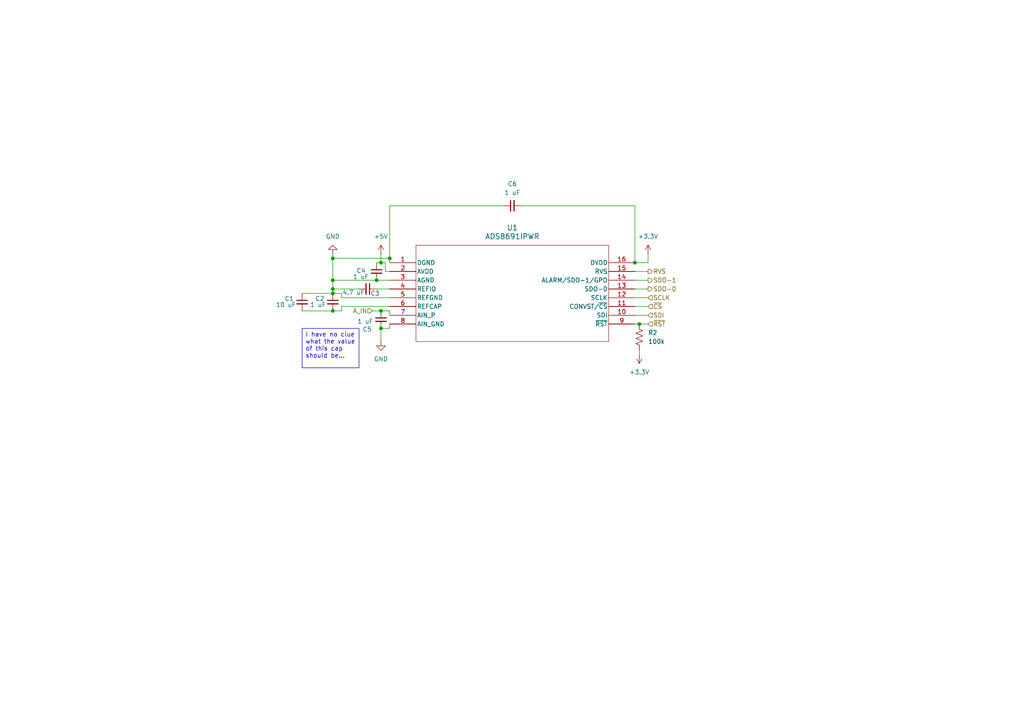
<source format=kicad_sch>
(kicad_sch (version 20250114) (generator "eeschema") (generator_version "9.0")
  (paper "A4")
  (lib_symbols
    (symbol "Device:C_Small" (pin_numbers (hide yes)) (pin_names (offset 0.254) (hide yes))
      (property "Reference" "C" (at 0.254 1.778 0))
      (property "Value" "C_Small" (at 0.254 -2.032 0))
      (symbol "C_Small_0_1"
        (polyline (pts (xy -1.524 0.508) (xy 1.524 0.508)) (stroke (width 0.3048)))
        (polyline (pts (xy -1.524 -0.508) (xy 1.524 -0.508)) (stroke (width 0.3302)))
      )
      (symbol "C_Small_1_1"
        (pin passive line (at 0 2.54 270) (length 2.032) (name "~") (number "1"))
        (pin passive line (at 0 -2.54 90) (length 2.032) (name "~") (number "2"))
      )
    )
    (symbol "Device:R_US" (pin_numbers (hide yes)) (pin_names (offset 0))
      (property "Reference" "R" (at 2.54 0 90))
      (property "Value" "R_US" (at -2.54 0 90))
      (symbol "R_US_0_1"
        (polyline (pts (xy 0 2.286) (xy 0 2.54)))
        (polyline (pts (xy 0 2.286) (xy 1.016 1.905) (xy 0 1.524) (xy -1.016 1.143) (xy 0 0.762)))
        (polyline (pts (xy 0 0.762) (xy 1.016 0.381) (xy 0 0) (xy -1.016 -0.381) (xy 0 -0.762)))
        (polyline (pts (xy 0 -0.762) (xy 1.016 -1.143) (xy 0 -1.524) (xy -1.016 -1.905) (xy 0 -2.286)))
        (polyline (pts (xy 0 -2.286) (xy 0 -2.54)))
      )
      (symbol "R_US_1_1"
        (pin passive line (at 0 3.81 270) (length 1.27) (name "~") (number "1"))
        (pin passive line (at 0 -3.81 90) (length 1.27) (name "~") (number "2"))
      )
    )
    (symbol "power:+3.3V" (power) (pin_numbers (hide yes)) (pin_names (offset 0) (hide yes))
      (property "Value" "+3.3V" (at 0 3.556 0))
      (symbol "+3.3V_0_1"
        (polyline (pts (xy -0.762 1.27) (xy 0 2.54)))
        (polyline (pts (xy 0 2.54) (xy 0.762 1.27)))
        (polyline (pts (xy 0 0) (xy 0 2.54)))
      )
      (symbol "+3.3V_1_1"
        (pin power_in line (at 0 0 90) (length 0) (name "~") (number "1"))
      )
    )
    (symbol "power:+5V" (power) (pin_numbers (hide yes)) (pin_names (offset 0) (hide yes))
      (property "Value" "+5V" (at 0 3.556 0))
      (symbol "+5V_0_1"
        (polyline (pts (xy -0.762 1.27) (xy 0 2.54)))
        (polyline (pts (xy 0 2.54) (xy 0.762 1.27)))
        (polyline (pts (xy 0 0) (xy 0 2.54)))
      )
      (symbol "+5V_1_1"
        (pin power_in line (at 0 0 90) (length 0) (name "~") (number "1"))
      )
    )
    (symbol "power:GND" (power) (pin_numbers (hide yes)) (pin_names (offset 0) (hide yes))
      (property "Value" "GND" (at 0 -3.81 0))
      (symbol "GND_0_1"
        (polyline (pts (xy 0 0) (xy 0 -1.27) (xy 1.27 -1.27) (xy 0 -2.54) (xy -1.27 -1.27) (xy 0 -1.27)))
      )
      (symbol "GND_1_1"
        (pin power_in line (at 0 0 270) (length 0) (name "~") (number "1"))
      )
    )
    (symbol "strain-gauge:ADS8691IPWR" (pin_names (offset 0.254))
      (property "Reference" "U" (at 35.56 10.16 0))
      (property "Value" "ADS8691IPWR" (at 35.56 7.62 0))
      (symbol "ADS8691IPWR_0_1"
        (polyline (pts (xy 7.62 5.08) (xy 7.62 -22.86)) (stroke (width 0.127)))
        (polyline (pts (xy 7.62 -22.86) (xy 63.5 -22.86)) (stroke (width 0.127)))
        (polyline (pts (xy 63.5 5.08) (xy 7.62 5.08)) (stroke (width 0.127)))
        (polyline (pts (xy 63.5 -22.86) (xy 63.5 5.08)) (stroke (width 0.127)))
        (pin power_in line (at 0 0 0) (length 7.62) (name "DGND") (number "1"))
        (pin power_in line (at 0 -2.54 0) (length 7.62) (name "AVDD") (number "2"))
        (pin power_in line (at 0 -5.08 0) (length 7.62) (name "AGND") (number "3"))
        (pin bidirectional line (at 0 -7.62 0) (length 7.62) (name "REFIO") (number "4"))
        (pin power_in line (at 0 -10.16 0) (length 7.62) (name "REFGND") (number "5"))
        (pin output line (at 0 -12.7 0) (length 7.62) (name "REFCAP") (number "6"))
        (pin input line (at 0 -15.24 0) (length 7.62) (name "AIN_P") (number "7"))
        (pin input line (at 0 -17.78 0) (length 7.62) (name "AIN_GND") (number "8"))
        (pin power_in line (at 71.12 0 180) (length 7.62) (name "DVDD") (number "16"))
        (pin output line (at 71.12 -2.54 180) (length 7.62) (name "RVS") (number "15"))
        (pin output line (at 71.12 -5.08 180) (length 7.62) (name "ALARM/SDO-1/GPO") (number "14"))
        (pin output line (at 71.12 -7.62 180) (length 7.62) (name "SDO-0") (number "13"))
        (pin input line (at 71.12 -10.16 180) (length 7.62) (name "SCLK") (number "12"))
        (pin input line (at 71.12 -12.7 180) (length 7.62) (name "CONVST/~{CS}") (number "11"))
        (pin input line (at 71.12 -15.24 180) (length 7.62) (name "SDI") (number "10"))
      )
      (symbol "ADS8691IPWR_1_1"
        (pin input line (at 71.12 -17.78 180) (length 7.62) (name "~{RST}") (number "9"))
      )
    )
  )
  (text_box "I have no clue what the value of this cap should be..." (at 87.63 95.25 0) (size 16.51 11.43) (margins 0.9525 0.9525 0.9525 0.9525) (effects (font (size 1.27 1.27)) (justify left top)))
  (junction (at 96.52 83.82))
  (junction (at 96.52 85.09))
  (junction (at 110.49 76.2))
  (junction (at 185.42 93.98))
  (junction (at 109.22 81.28))
  (junction (at 113.03 74.93))
  (junction (at 96.52 90.17))
  (junction (at 110.49 90.17))
  (junction (at 184.15 76.2))
  (junction (at 96.52 81.28))
  (junction (at 110.49 95.25))
  (junction (at 96.52 74.93))
  (wire (pts (xy 113.03 59.69) (xy 146.05 59.69)))
  (wire (pts (xy 111.76 76.2) (xy 110.49 76.2)))
  (wire (pts (xy 184.15 78.74) (xy 187.96 78.74)))
  (wire (pts (xy 184.15 83.82) (xy 187.96 83.82)))
  (wire (pts (xy 113.03 91.44) (xy 113.03 90.17)))
  (wire (pts (xy 113.03 74.93) (xy 113.03 59.69)))
  (wire (pts (xy 184.15 93.98) (xy 185.42 93.98)))
  (wire (pts (xy 184.15 86.36) (xy 187.96 86.36)))
  (wire (pts (xy 113.03 76.2) (xy 113.03 74.93)))
  (wire (pts (xy 109.22 83.82) (xy 113.03 83.82)))
  (wire (pts (xy 113.03 90.17) (xy 110.49 90.17)))
  (wire (pts (xy 113.03 93.98) (xy 113.03 95.25)))
  (wire (pts (xy 96.52 90.17) (xy 87.63 90.17)))
  (wire (pts (xy 99.06 88.9) (xy 99.06 90.17)))
  (wire (pts (xy 96.52 83.82) (xy 96.52 85.09)))
  (wire (pts (xy 111.76 78.74) (xy 111.76 76.2)))
  (wire (pts (xy 113.03 78.74) (xy 111.76 78.74)))
  (wire (pts (xy 184.15 91.44) (xy 187.96 91.44)))
  (wire (pts (xy 96.52 73.66) (xy 96.52 74.93)))
  (wire (pts (xy 184.15 59.69) (xy 151.13 59.69)))
  (wire (pts (xy 107.95 90.17) (xy 110.49 90.17)))
  (wire (pts (xy 99.06 90.17) (xy 96.52 90.17)))
  (wire (pts (xy 96.52 81.28) (xy 109.22 81.28)))
  (wire (pts (xy 185.42 101.6) (xy 185.42 102.87)))
  (wire (pts (xy 99.06 85.09) (xy 96.52 85.09)))
  (wire (pts (xy 110.49 76.2) (xy 109.22 76.2)))
  (wire (pts (xy 184.15 88.9) (xy 187.96 88.9)))
  (wire (pts (xy 96.52 74.93) (xy 113.03 74.93)))
  (wire (pts (xy 187.96 76.2) (xy 187.96 73.66)))
  (wire (pts (xy 109.22 81.28) (xy 113.03 81.28)))
  (wire (pts (xy 184.15 76.2) (xy 187.96 76.2)))
  (wire (pts (xy 184.15 76.2) (xy 184.15 59.69)))
  (wire (pts (xy 185.42 93.98) (xy 187.96 93.98)))
  (wire (pts (xy 113.03 95.25) (xy 110.49 95.25)))
  (wire (pts (xy 96.52 83.82) (xy 96.52 81.28)))
  (wire (pts (xy 99.06 86.36) (xy 99.06 85.09)))
  (wire (pts (xy 184.15 81.28) (xy 187.96 81.28)))
  (wire (pts (xy 96.52 81.28) (xy 96.52 74.93)))
  (wire (pts (xy 113.03 88.9) (xy 99.06 88.9)))
  (wire (pts (xy 96.52 85.09) (xy 87.63 85.09)))
  (wire (pts (xy 110.49 95.25) (xy 110.49 99.06)))
  (wire (pts (xy 110.49 73.66) (xy 110.49 76.2)))
  (wire (pts (xy 104.14 83.82) (xy 96.52 83.82)))
  (wire (pts (xy 113.03 86.36) (xy 99.06 86.36)))
  (hierarchical_label "SDO-0" (shape output) (at 187.96 83.82 0))
  (hierarchical_label "A_IN" (shape input) (at 107.95 90.17 180))
  (hierarchical_label "~{RST}" (shape input) (at 187.96 93.98 0))
  (hierarchical_label "RVS" (shape output) (at 187.96 78.74 0))
  (hierarchical_label "SCLK" (shape input) (at 187.96 86.36 0))
  (hierarchical_label "~{CS}" (shape input) (at 187.96 88.9 0))
  (hierarchical_label "SDO-1" (shape output) (at 187.96 81.28 0))
  (hierarchical_label "SDI" (shape input) (at 187.96 91.44 0))
  (symbol (lib_id "Device:C_Small") (at 106.68 83.82 270) (unit 1)
    (property "Reference" "C3" (at 107.442 85.09 90) (effects (justify left)))
    (property "Value" "4.7 uF" (at 99.314 84.836 90) (effects (justify left)))
    (property "Footprint" "Capacitor_SMD:C_0603_1608Metric" (effects (hide yes)))
    (property "Description" "Unpolarized capacitor, small symbol" (effects (hide yes)))
  )
  (symbol (lib_id "power:GND") (at 110.49 99.06 0) (unit 1)
    (property "Reference" "#PWR06" (effects (hide yes)))
    (property "Value" "GND" (at 110.49 104.14 0))
    (property "Description" "Power symbol creates a global label with name \"GND\" , ground" (effects (hide yes)))
  )
  (symbol (lib_id "Device:C_Small") (at 110.49 92.71 0) (unit 1)
    (property "Reference" "C5" (at 105.156 95.504 0) (effects (justify left)))
    (property "Value" "1 uF" (at 103.632 93.218 0) (effects (justify left)))
    (property "Footprint" "Capacitor_SMD:C_0603_1608Metric" (effects (hide yes)))
    (property "Description" "Unpolarized capacitor, small symbol" (effects (hide yes)))
  )
  (symbol (lib_id "Device:R_US") (at 185.42 97.79 0) (unit 1)
    (property "Reference" "R2" (at 187.96 96.5199 0) (effects (justify left)))
    (property "Value" "100k" (at 187.96 99.0599 0) (effects (justify left)))
    (property "Footprint" "Resistor_SMD:R_0603_1608Metric" (effects (hide yes)))
    (property "Description" "Resistor, US symbol" (effects (hide yes)))
  )
  (symbol (lib_id "Device:C_Small") (at 148.59 59.69 90) (unit 1)
    (property "Reference" "C6" (at 148.5963 53.34 90))
    (property "Value" "1 uF" (at 148.5963 55.88 90))
    (property "Footprint" "Capacitor_SMD:C_0603_1608Metric" (effects (hide yes)))
    (property "Description" "Unpolarized capacitor, small symbol" (effects (hide yes)))
  )
  (symbol (lib_id "Device:C_Small") (at 109.22 78.74 0) (unit 1)
    (property "Reference" "C4" (at 103.378 78.486 0) (effects (justify left)))
    (property "Value" "1 uF" (at 102.362 80.264 0) (effects (justify left)))
    (property "Footprint" "Capacitor_SMD:C_0603_1608Metric" (effects (hide yes)))
    (property "Description" "Unpolarized capacitor, small symbol" (effects (hide yes)))
  )
  (symbol (lib_id "power:+3.3V") (at 187.96 73.66 0) (unit 1)
    (property "Reference" "#PWR07" (effects (hide yes)))
    (property "Value" "+3.3V" (at 187.96 68.58 0))
    (property "Description" "Power symbol creates a global label with name \"+3.3V\"" (effects (hide yes)))
  )
  (symbol (lib_id "strain-gauge:ADS8691IPWR") (at 113.03 76.2 0) (unit 1)
    (property "Reference" "U1" (at 148.59 66.04 0) (effects (font (size 1.524 1.524))))
    (property "Value" "ADS8691IPWR" (at 148.59 68.58 0) (effects (font (size 1.524 1.524))))
    (property "Footprint" "strain-gauge:PW16_TEX" (effects (hide yes)))
    (property "Datasheet" "ADS8691IPWR" (effects (hide yes)))
  )
  (symbol (lib_id "Device:C_Small") (at 87.63 87.63 0) (unit 1)
    (property "Reference" "C1" (at 82.55 86.614 0) (effects (justify left)))
    (property "Value" "10 uF" (at 80.01 88.392 0) (effects (justify left)))
    (property "Footprint" "Capacitor_SMD:C_0805_2012Metric" (effects (hide yes)))
    (property "Description" "Unpolarized capacitor, small symbol" (effects (hide yes)))
  )
  (symbol (lib_id "power:+3.3V") (at 185.42 102.87 180) (unit 1)
    (property "Reference" "#PWR018" (effects (hide yes)))
    (property "Value" "+3.3V" (at 185.42 107.95 0))
    (property "Description" "Power symbol creates a global label with name \"+3.3V\"" (effects (hide yes)))
  )
  (symbol (lib_id "power:+5V") (at 110.49 73.66 0) (unit 1)
    (property "Reference" "#PWR05" (effects (hide yes)))
    (property "Value" "+5V" (at 110.49 68.58 0))
    (property "Description" "Power symbol creates a global label with name \"+5V\"" (effects (hide yes)))
  )
  (symbol (lib_id "Device:C_Small") (at 96.52 87.63 0) (unit 1)
    (property "Reference" "C2" (at 91.44 86.614 0) (effects (justify left)))
    (property "Value" "1 uF" (at 89.916 88.392 0) (effects (justify left)))
    (property "Footprint" "Capacitor_SMD:C_0603_1608Metric" (effects (hide yes)))
    (property "Description" "Unpolarized capacitor, small symbol" (effects (hide yes)))
  )
  (symbol (lib_id "power:GND") (at 96.52 73.66 180) (unit 1)
    (property "Reference" "#PWR04" (effects (hide yes)))
    (property "Value" "GND" (at 96.52 68.58 0))
    (property "Description" "Power symbol creates a global label with name \"GND\" , ground" (effects (hide yes)))
  )
)
</source>
